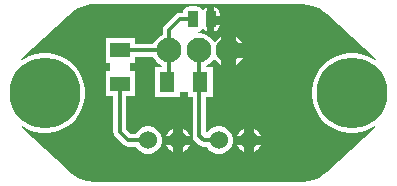
<source format=gtl>
G04*
G04 #@! TF.GenerationSoftware,Altium Limited,Altium Designer,21.8.1 (53)*
G04*
G04 Layer_Physical_Order=1*
G04 Layer_Color=255*
%FSLAX44Y44*%
%MOMM*%
G71*
G04*
G04 #@! TF.SameCoordinates,C2402ECC-2FC7-4353-9DF5-FD8D6FDF90C0*
G04*
G04*
G04 #@! TF.FilePolarity,Positive*
G04*
G01*
G75*
%ADD10C,0.2540*%
%ADD12C,0.2000*%
%ADD19R,1.3000X1.7000*%
%ADD20R,1.7000X1.3000*%
G04:AMPARAMS|DCode=21|XSize=0.9mm|YSize=1.4mm|CornerRadius=0.225mm|HoleSize=0mm|Usage=FLASHONLY|Rotation=0.000|XOffset=0mm|YOffset=0mm|HoleType=Round|Shape=RoundedRectangle|*
%AMROUNDEDRECTD21*
21,1,0.9000,0.9500,0,0,0.0*
21,1,0.4500,1.4000,0,0,0.0*
1,1,0.4500,0.2250,-0.4750*
1,1,0.4500,-0.2250,-0.4750*
1,1,0.4500,-0.2250,0.4750*
1,1,0.4500,0.2250,0.4750*
%
%ADD21ROUNDEDRECTD21*%
%ADD22C,0.3000*%
%ADD23C,1.5240*%
%ADD24C,6.0000*%
%ADD25C,2.1000*%
G36*
X257237Y149951D02*
X262392Y148813D01*
X267269Y146794D01*
X271721Y143958D01*
X273667Y142174D01*
X273667Y142174D01*
X273667Y142174D01*
X315497Y103814D01*
X314692Y102829D01*
X312883Y104143D01*
X308115Y106573D01*
X303025Y108226D01*
X297739Y109064D01*
X292388D01*
X287102Y108226D01*
X282012Y106573D01*
X277244Y104143D01*
X272914Y100997D01*
X269130Y97213D01*
X265984Y92883D01*
X263555Y88115D01*
X261901Y83025D01*
X261064Y77739D01*
Y72388D01*
X261901Y67102D01*
X263555Y62012D01*
X265984Y57244D01*
X269130Y52914D01*
X272914Y49130D01*
X277244Y45984D01*
X282012Y43555D01*
X287102Y41901D01*
X292388Y41063D01*
X297739D01*
X303025Y41901D01*
X308115Y43555D01*
X312883Y45984D01*
X314692Y47298D01*
X315497Y46314D01*
X273667Y7953D01*
X271740Y6186D01*
X267335Y3368D01*
X262511Y1351D01*
X257411Y194D01*
X254800Y63D01*
X75350D01*
X73889Y139D01*
X70995Y568D01*
X68155Y1270D01*
X65394Y2238D01*
X62738Y3465D01*
X60210Y4939D01*
X57834Y6646D01*
X55631Y8572D01*
X54626Y9635D01*
X54626Y9635D01*
X14630Y46313D01*
X15435Y47298D01*
X17244Y45984D01*
X22012Y43555D01*
X27102Y41901D01*
X32388Y41063D01*
X37739D01*
X43025Y41901D01*
X48115Y43555D01*
X52883Y45984D01*
X57213Y49130D01*
X60997Y52914D01*
X64143Y57244D01*
X66572Y62012D01*
X68226Y67102D01*
X69063Y72388D01*
Y77739D01*
X68226Y83025D01*
X66572Y88115D01*
X64143Y92883D01*
X60997Y97213D01*
X57213Y100997D01*
X52883Y104143D01*
X48115Y106573D01*
X43025Y108226D01*
X37739Y109064D01*
X32388D01*
X27102Y108226D01*
X22012Y106573D01*
X17244Y104143D01*
X15494Y102872D01*
X14690Y103857D01*
X54626Y140340D01*
X55617Y141425D01*
X57801Y143391D01*
X60167Y145134D01*
X62692Y146636D01*
X65352Y147884D01*
X68122Y148866D01*
X70974Y149572D01*
X73882Y149995D01*
X75350Y150063D01*
X75350Y150063D01*
X254600Y150063D01*
X257237Y149951D01*
D02*
G37*
%LPC*%
G36*
X178450Y147454D02*
Y140500D01*
X183053D01*
Y142250D01*
X182645Y144298D01*
X181485Y146035D01*
X179748Y147195D01*
X178450Y147454D01*
D02*
G37*
G36*
X183053Y134500D02*
X178450D01*
Y127546D01*
X179748Y127805D01*
X181485Y128965D01*
X182645Y130702D01*
X183053Y132750D01*
Y134500D01*
D02*
G37*
G36*
X162700Y148622D02*
X158200D01*
X155762Y148137D01*
X153694Y146756D01*
X152313Y144689D01*
X151998Y143108D01*
X149550D01*
X147404Y142681D01*
X145585Y141465D01*
X136498Y132379D01*
X135283Y130560D01*
X134856Y128413D01*
Y124569D01*
X131560Y122666D01*
X128861Y119967D01*
X126958Y116671D01*
X111400D01*
Y121550D01*
X86400D01*
Y100550D01*
X90410D01*
Y93550D01*
X86400D01*
Y72550D01*
X92892D01*
Y42150D01*
X93319Y40004D01*
X94535Y38185D01*
X101621Y31098D01*
X103441Y29883D01*
X105587Y29456D01*
X112184D01*
X113065Y27929D01*
X115229Y25765D01*
X117878Y24235D01*
X120834Y23444D01*
X123893D01*
X126849Y24235D01*
X129498Y25765D01*
X131662Y27929D01*
X133192Y30578D01*
X133983Y33534D01*
Y36593D01*
X133192Y39549D01*
X131662Y42198D01*
X129498Y44362D01*
X126849Y45892D01*
X123893Y46684D01*
X120834D01*
X117878Y45892D01*
X115229Y44362D01*
X113065Y42198D01*
X112184Y40671D01*
X107909D01*
X104108Y44473D01*
Y72550D01*
X111400D01*
Y93550D01*
X107410D01*
Y100550D01*
X111400D01*
Y105456D01*
X126958D01*
X128861Y102160D01*
X131560Y99461D01*
X134142Y97970D01*
X133802Y96700D01*
X128300D01*
Y71700D01*
X149300D01*
Y75710D01*
X156300D01*
Y71700D01*
X160342D01*
Y38650D01*
X160769Y36504D01*
X161985Y34685D01*
X165571Y31098D01*
X167390Y29883D01*
X169536Y29456D01*
X172183D01*
X173065Y27929D01*
X175229Y25765D01*
X177878Y24235D01*
X180834Y23444D01*
X183893D01*
X186849Y24235D01*
X189498Y25765D01*
X191662Y27929D01*
X193192Y30578D01*
X193983Y33534D01*
Y36593D01*
X193192Y39549D01*
X191662Y42198D01*
X189498Y44362D01*
X186849Y45892D01*
X183893Y46684D01*
X180834D01*
X177878Y45892D01*
X175229Y44362D01*
X173065Y42198D01*
X172828Y41787D01*
X171558Y42127D01*
Y71700D01*
X177300D01*
Y96700D01*
X172125D01*
X171785Y97970D01*
X174367Y99461D01*
X177066Y102160D01*
X177906Y103614D01*
X179176D01*
X179661Y102774D01*
X182174Y100261D01*
X184464Y98939D01*
Y111063D01*
Y123188D01*
X182174Y121866D01*
X179661Y119353D01*
X179176Y118513D01*
X177906D01*
X177066Y119967D01*
X174367Y122666D01*
X171060Y124575D01*
X167372Y125563D01*
X165117D01*
X164992Y126833D01*
X165139Y126863D01*
X167206Y128244D01*
X167917Y129307D01*
X169186D01*
X169415Y128965D01*
X171152Y127805D01*
X172450Y127546D01*
Y137500D01*
Y147454D01*
X171152Y147195D01*
X169415Y146035D01*
X169186Y145693D01*
X167917D01*
X167206Y146756D01*
X165139Y148137D01*
X162700Y148622D01*
D02*
G37*
G36*
X196464Y123188D02*
Y117064D01*
X202588D01*
X201266Y119353D01*
X198753Y121866D01*
X196464Y123188D01*
D02*
G37*
G36*
X202588Y105063D02*
X196464D01*
Y98939D01*
X198753Y100261D01*
X201266Y102774D01*
X202588Y105063D01*
D02*
G37*
G36*
X211763Y44986D02*
Y39063D01*
X217686D01*
X217660Y39163D01*
X216262Y41584D01*
X214284Y43562D01*
X211863Y44960D01*
X211763Y44986D01*
D02*
G37*
G36*
X203764D02*
X203664Y44960D01*
X201243Y43562D01*
X199265Y41584D01*
X197867Y39163D01*
X197841Y39063D01*
X203764D01*
Y44986D01*
D02*
G37*
G36*
X151763D02*
Y39063D01*
X157686D01*
X157660Y39163D01*
X156262Y41584D01*
X154284Y43562D01*
X151863Y44960D01*
X151763Y44986D01*
D02*
G37*
G36*
X143764D02*
X143664Y44960D01*
X141243Y43562D01*
X139265Y41584D01*
X137867Y39163D01*
X137841Y39063D01*
X143764D01*
Y44986D01*
D02*
G37*
G36*
X217686Y31063D02*
X211763D01*
Y25141D01*
X211863Y25167D01*
X214284Y26565D01*
X216262Y28543D01*
X217660Y30964D01*
X217686Y31063D01*
D02*
G37*
G36*
X203764D02*
X197841D01*
X197867Y30964D01*
X199265Y28543D01*
X201243Y26565D01*
X203664Y25167D01*
X203764Y25141D01*
Y31063D01*
D02*
G37*
G36*
X157686D02*
X151763D01*
Y25141D01*
X151863Y25167D01*
X154284Y26565D01*
X156262Y28543D01*
X157660Y30964D01*
X157686Y31063D01*
D02*
G37*
G36*
X143764D02*
X137841D01*
X137867Y30964D01*
X139265Y28543D01*
X141243Y26565D01*
X143664Y25167D01*
X143764Y25141D01*
Y31063D01*
D02*
G37*
%LPD*%
D10*
X173150Y134700D02*
X185100D01*
X190800Y129000D01*
X207764Y35064D02*
Y104986D01*
X98500Y82650D02*
X98900Y83050D01*
X207750Y35050D02*
X207764Y35064D01*
X207750Y19000D02*
Y35050D01*
X201000Y12250D02*
X207750Y19000D01*
X154600Y12250D02*
X201000D01*
X147764Y19086D02*
X154600Y12250D01*
X147764Y19086D02*
Y35064D01*
X201686Y111063D02*
X207764Y104986D01*
X190464Y111063D02*
X201686D01*
X165950Y83350D02*
X166800Y84200D01*
X165464Y85536D02*
X166800Y84200D01*
X190464Y111063D02*
X190800Y111400D01*
Y129000D01*
D12*
X98900Y111050D02*
X98913Y111063D01*
X138800Y84200D02*
X140463Y85864D01*
D19*
X166800Y84200D02*
D03*
X138800D02*
D03*
D20*
X98900Y111050D02*
D03*
Y83050D02*
D03*
D21*
X175450Y137500D02*
D03*
X160450D02*
D03*
D22*
X140463Y128413D02*
X149550Y137500D01*
X160450D01*
X140463Y111063D02*
Y128413D01*
X98913Y111063D02*
X140463D01*
X98500Y42150D02*
Y82650D01*
Y42150D02*
X105587Y35064D01*
X122364D01*
X165950Y38650D02*
Y83350D01*
Y38650D02*
X169536Y35064D01*
X182363D01*
X140463Y85864D02*
Y111063D01*
X165464Y85536D02*
Y111063D01*
D23*
X122364Y35064D02*
D03*
X147764D02*
D03*
X182363D02*
D03*
X207764D02*
D03*
D24*
X295064Y75064D02*
D03*
X35063Y75064D02*
D03*
D25*
X140463Y111063D02*
D03*
X190464D02*
D03*
X165464D02*
D03*
M02*

</source>
